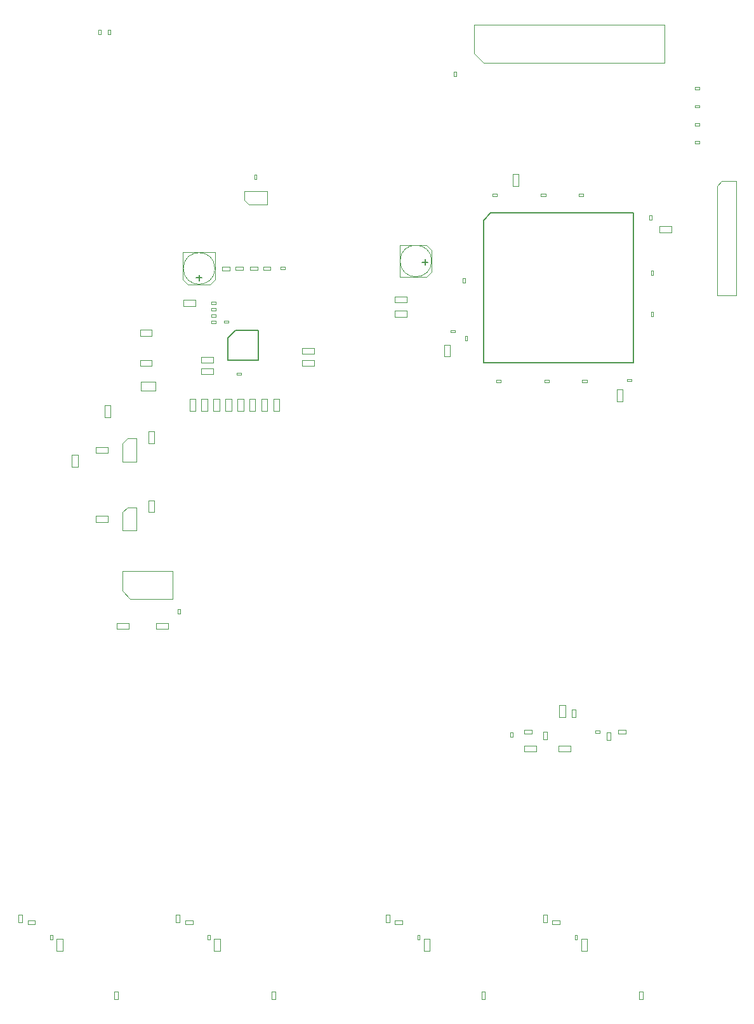
<source format=gbr>
G04 #@! TF.GenerationSoftware,KiCad,Pcbnew,(5.0.1)-4*
G04 #@! TF.CreationDate,2019-07-25T13:06:54-07:00*
G04 #@! TF.ProjectId,EllBayInd-TxLRU,456C6C426179496E642D54784C52552E,rev?*
G04 #@! TF.SameCoordinates,Original*
G04 #@! TF.FileFunction,Other,Fab,Top*
%FSLAX46Y46*%
G04 Gerber Fmt 4.6, Leading zero omitted, Abs format (unit mm)*
G04 Created by KiCad (PCBNEW (5.0.1)-4) date 7/25/2019 1:06:54 PM*
%MOMM*%
%LPD*%
G01*
G04 APERTURE LIST*
%ADD10C,0.100000*%
%ADD11C,0.150000*%
G04 APERTURE END LIST*
D10*
G04 #@! TO.C,R203*
X91470000Y-146250000D02*
X91470000Y-145250000D01*
X91470000Y-145250000D02*
X91970000Y-145250000D01*
X91970000Y-145250000D02*
X91970000Y-146250000D01*
X91970000Y-146250000D02*
X91470000Y-146250000D01*
G04 #@! TO.C,R201*
X42470000Y-146250000D02*
X42470000Y-145250000D01*
X42470000Y-145250000D02*
X42970000Y-145250000D01*
X42970000Y-145250000D02*
X42970000Y-146250000D01*
X42970000Y-146250000D02*
X42470000Y-146250000D01*
G04 #@! TO.C,C131*
X60800000Y-74200000D02*
X60800000Y-75400000D01*
X60800000Y-75400000D02*
X58800000Y-75400000D01*
X58800000Y-75400000D02*
X58800000Y-74200000D01*
X58800000Y-74200000D02*
X60800000Y-74200000D01*
G04 #@! TO.C,C101*
X93370000Y-60250000D02*
X96960000Y-60250000D01*
X96960000Y-60250000D02*
X97630000Y-59570000D01*
X97630000Y-59570000D02*
X97630000Y-56650000D01*
X97630000Y-56650000D02*
X96960000Y-55980000D01*
X96960000Y-55980000D02*
X93370000Y-55980000D01*
X93370000Y-55980000D02*
X93370000Y-60250000D01*
X97602380Y-58100000D02*
G75*
G03X97602380Y-58100000I-2102380J0D01*
G01*
G04 #@! TO.C,C102*
X102050000Y-60400000D02*
X102050000Y-61000000D01*
X101750000Y-60400000D02*
X102050000Y-60400000D01*
X101750000Y-61000000D02*
X101750000Y-60400000D01*
X102050000Y-61000000D02*
X101750000Y-61000000D01*
G04 #@! TO.C,C103*
X106800000Y-73950000D02*
X106800000Y-74250000D01*
X106800000Y-74250000D02*
X106200000Y-74250000D01*
X106200000Y-74250000D02*
X106200000Y-73950000D01*
X106200000Y-73950000D02*
X106800000Y-73950000D01*
G04 #@! TO.C,C104*
X112700000Y-73950000D02*
X113300000Y-73950000D01*
X112700000Y-74250000D02*
X112700000Y-73950000D01*
X113300000Y-74250000D02*
X112700000Y-74250000D01*
X113300000Y-73950000D02*
X113300000Y-74250000D01*
G04 #@! TO.C,C105*
X118300000Y-73950000D02*
X118300000Y-74250000D01*
X118300000Y-74250000D02*
X117700000Y-74250000D01*
X117700000Y-74250000D02*
X117700000Y-73950000D01*
X117700000Y-73950000D02*
X118300000Y-73950000D01*
G04 #@! TO.C,C106*
X57190000Y-106340000D02*
X57190000Y-107140000D01*
X55590000Y-106340000D02*
X57190000Y-106340000D01*
X55590000Y-107140000D02*
X55590000Y-106340000D01*
X57190000Y-107140000D02*
X55590000Y-107140000D01*
G04 #@! TO.C,C107*
X60890000Y-106340000D02*
X62490000Y-106340000D01*
X62490000Y-106340000D02*
X62490000Y-107140000D01*
X62490000Y-107140000D02*
X60890000Y-107140000D01*
X60890000Y-107140000D02*
X60890000Y-106340000D01*
G04 #@! TO.C,C108*
X63740000Y-105140000D02*
X63740000Y-104540000D01*
X64040000Y-105140000D02*
X63740000Y-105140000D01*
X64040000Y-104540000D02*
X64040000Y-105140000D01*
X63740000Y-104540000D02*
X64040000Y-104540000D01*
G04 #@! TO.C,C109*
X102350000Y-68100000D02*
X102350000Y-68700000D01*
X102050000Y-68100000D02*
X102350000Y-68100000D01*
X102050000Y-68700000D02*
X102050000Y-68100000D01*
X102350000Y-68700000D02*
X102050000Y-68700000D01*
G04 #@! TO.C,C110*
X126850000Y-64900000D02*
X127150000Y-64900000D01*
X127150000Y-64900000D02*
X127150000Y-65500000D01*
X127150000Y-65500000D02*
X126850000Y-65500000D01*
X126850000Y-65500000D02*
X126850000Y-64900000D01*
G04 #@! TO.C,C111*
X126650000Y-52600000D02*
X126650000Y-52000000D01*
X126950000Y-52600000D02*
X126650000Y-52600000D01*
X126950000Y-52000000D02*
X126950000Y-52600000D01*
X126650000Y-52000000D02*
X126950000Y-52000000D01*
G04 #@! TO.C,C112*
X117200000Y-49450000D02*
X117200000Y-49150000D01*
X117200000Y-49150000D02*
X117800000Y-49150000D01*
X117800000Y-49150000D02*
X117800000Y-49450000D01*
X117800000Y-49450000D02*
X117200000Y-49450000D01*
G04 #@! TO.C,C113*
X112800000Y-49450000D02*
X112200000Y-49450000D01*
X112800000Y-49150000D02*
X112800000Y-49450000D01*
X112200000Y-49150000D02*
X112800000Y-49150000D01*
X112200000Y-49450000D02*
X112200000Y-49150000D01*
G04 #@! TO.C,C114*
X52800000Y-82900000D02*
X54400000Y-82900000D01*
X54400000Y-82900000D02*
X54400000Y-83700000D01*
X54400000Y-83700000D02*
X52800000Y-83700000D01*
X52800000Y-83700000D02*
X52800000Y-82900000D01*
G04 #@! TO.C,C115*
X60600000Y-82400000D02*
X59800000Y-82400000D01*
X60600000Y-80800000D02*
X60600000Y-82400000D01*
X59800000Y-80800000D02*
X60600000Y-80800000D01*
X59800000Y-82400000D02*
X59800000Y-80800000D01*
G04 #@! TO.C,C116*
X100160000Y-67340000D02*
X100760000Y-67340000D01*
X100160000Y-67640000D02*
X100160000Y-67340000D01*
X100760000Y-67640000D02*
X100160000Y-67640000D01*
X100760000Y-67340000D02*
X100760000Y-67640000D01*
G04 #@! TO.C,C117*
X123700000Y-74150000D02*
X123700000Y-73850000D01*
X123700000Y-73850000D02*
X124300000Y-73850000D01*
X124300000Y-73850000D02*
X124300000Y-74150000D01*
X124300000Y-74150000D02*
X123700000Y-74150000D01*
G04 #@! TO.C,C118*
X106300000Y-49440000D02*
X105700000Y-49440000D01*
X106300000Y-49140000D02*
X106300000Y-49440000D01*
X105700000Y-49140000D02*
X106300000Y-49140000D01*
X105700000Y-49440000D02*
X105700000Y-49140000D01*
G04 #@! TO.C,C119*
X126850000Y-59400000D02*
X127150000Y-59400000D01*
X127150000Y-59400000D02*
X127150000Y-60000000D01*
X127150000Y-60000000D02*
X126850000Y-60000000D01*
X126850000Y-60000000D02*
X126850000Y-59400000D01*
G04 #@! TO.C,C120*
X52800000Y-92900000D02*
X52800000Y-92100000D01*
X54400000Y-92900000D02*
X52800000Y-92900000D01*
X54400000Y-92100000D02*
X54400000Y-92900000D01*
X52800000Y-92100000D02*
X54400000Y-92100000D01*
G04 #@! TO.C,C121*
X59800000Y-91600000D02*
X59800000Y-90000000D01*
X59800000Y-90000000D02*
X60600000Y-90000000D01*
X60600000Y-90000000D02*
X60600000Y-91600000D01*
X60600000Y-91600000D02*
X59800000Y-91600000D01*
G04 #@! TO.C,C122*
X100600000Y-32900000D02*
X100900000Y-32900000D01*
X100900000Y-32900000D02*
X100900000Y-33500000D01*
X100900000Y-33500000D02*
X100600000Y-33500000D01*
X100600000Y-33500000D02*
X100600000Y-32900000D01*
G04 #@! TO.C,C123*
X94300000Y-63650000D02*
X92700000Y-63650000D01*
X92700000Y-63650000D02*
X92700000Y-62850000D01*
X92700000Y-62850000D02*
X94300000Y-62850000D01*
X94300000Y-62850000D02*
X94300000Y-63650000D01*
G04 #@! TO.C,C124*
X94300000Y-64750000D02*
X94300000Y-65550000D01*
X92700000Y-64750000D02*
X94300000Y-64750000D01*
X92700000Y-65550000D02*
X92700000Y-64750000D01*
X94300000Y-65550000D02*
X92700000Y-65550000D01*
G04 #@! TO.C,C125*
X123100000Y-75200000D02*
X123100000Y-76800000D01*
X123100000Y-76800000D02*
X122300000Y-76800000D01*
X122300000Y-76800000D02*
X122300000Y-75200000D01*
X122300000Y-75200000D02*
X123100000Y-75200000D01*
G04 #@! TO.C,C126*
X128000000Y-54300000D02*
X128000000Y-53500000D01*
X129600000Y-54300000D02*
X128000000Y-54300000D01*
X129600000Y-53500000D02*
X129600000Y-54300000D01*
X128000000Y-53500000D02*
X129600000Y-53500000D01*
G04 #@! TO.C,C151*
X73960000Y-46560000D02*
X74260000Y-46560000D01*
X74260000Y-46560000D02*
X74260000Y-47160000D01*
X74260000Y-47160000D02*
X73960000Y-47160000D01*
X73960000Y-47160000D02*
X73960000Y-46560000D01*
G04 #@! TO.C,C152*
X66900000Y-70900000D02*
X68500000Y-70900000D01*
X68500000Y-70900000D02*
X68500000Y-71700000D01*
X68500000Y-71700000D02*
X66900000Y-71700000D01*
X66900000Y-71700000D02*
X66900000Y-70900000D01*
G04 #@! TO.C,C153*
X71580000Y-73300000D02*
X71580000Y-73000000D01*
X71580000Y-73000000D02*
X72180000Y-73000000D01*
X72180000Y-73000000D02*
X72180000Y-73300000D01*
X72180000Y-73300000D02*
X71580000Y-73300000D01*
G04 #@! TO.C,C154*
X68850531Y-65547856D02*
X68250531Y-65547856D01*
X68850531Y-65247856D02*
X68850531Y-65547856D01*
X68250531Y-65247856D02*
X68850531Y-65247856D01*
X68250531Y-65547856D02*
X68250531Y-65247856D01*
G04 #@! TO.C,C155*
X68237831Y-64684256D02*
X68237831Y-64384256D01*
X68237831Y-64384256D02*
X68837831Y-64384256D01*
X68837831Y-64384256D02*
X68837831Y-64684256D01*
X68837831Y-64684256D02*
X68237831Y-64684256D01*
G04 #@! TO.C,C156*
X66900000Y-73200000D02*
X66900000Y-72400000D01*
X68500000Y-73200000D02*
X66900000Y-73200000D01*
X68500000Y-72400000D02*
X68500000Y-73200000D01*
X66900000Y-72400000D02*
X68500000Y-72400000D01*
G04 #@! TO.C,C157*
X68250000Y-66386000D02*
X68250000Y-66086000D01*
X68250000Y-66086000D02*
X68850000Y-66086000D01*
X68850000Y-66086000D02*
X68850000Y-66386000D01*
X68850000Y-66386000D02*
X68250000Y-66386000D01*
G04 #@! TO.C,C158*
X68837831Y-63833356D02*
X68237831Y-63833356D01*
X68837831Y-63533356D02*
X68837831Y-63833356D01*
X68237831Y-63533356D02*
X68837831Y-63533356D01*
X68237831Y-63833356D02*
X68237831Y-63533356D01*
G04 #@! TO.C,C159*
X58700000Y-68100000D02*
X58700000Y-67300000D01*
X60300000Y-68100000D02*
X58700000Y-68100000D01*
X60300000Y-67300000D02*
X60300000Y-68100000D01*
X58700000Y-67300000D02*
X60300000Y-67300000D01*
G04 #@! TO.C,C160*
X58700000Y-71300000D02*
X60300000Y-71300000D01*
X60300000Y-71300000D02*
X60300000Y-72100000D01*
X60300000Y-72100000D02*
X58700000Y-72100000D01*
X58700000Y-72100000D02*
X58700000Y-71300000D01*
G04 #@! TO.C,C161*
X68689846Y-59095808D02*
G75*
G03X68689846Y-59095808I-2102380J0D01*
G01*
X68707466Y-56965808D02*
X64437466Y-56965808D01*
X68707466Y-60555808D02*
X68707466Y-56965808D01*
X68037466Y-61225808D02*
X68707466Y-60555808D01*
X65117466Y-61225808D02*
X68037466Y-61225808D01*
X64437466Y-60555808D02*
X65117466Y-61225808D01*
X64437466Y-56965808D02*
X64437466Y-60555808D01*
G04 #@! TO.C,FB151*
X77477700Y-59189000D02*
X77477700Y-58889000D01*
X77477700Y-58889000D02*
X78077700Y-58889000D01*
X78077700Y-58889000D02*
X78077700Y-59189000D01*
X78077700Y-59189000D02*
X77477700Y-59189000D01*
G04 #@! TO.C,J101*
X104500000Y-31670000D02*
X103230000Y-30400000D01*
X128630000Y-31670000D02*
X104500000Y-31670000D01*
X128630000Y-26590000D02*
X128630000Y-31670000D01*
X103230000Y-26590000D02*
X128630000Y-26590000D01*
X103230000Y-30400000D02*
X103230000Y-26590000D01*
G04 #@! TO.C,J102*
X136295000Y-47470000D02*
X138200000Y-47470000D01*
X138200000Y-47470000D02*
X138200000Y-62710000D01*
X138200000Y-62710000D02*
X135660000Y-62710000D01*
X135660000Y-62710000D02*
X135660000Y-48105000D01*
X135660000Y-48105000D02*
X136295000Y-47470000D01*
G04 #@! TO.C,R101*
X109200000Y-48100000D02*
X108400000Y-48100000D01*
X109200000Y-46500000D02*
X109200000Y-48100000D01*
X108400000Y-46500000D02*
X109200000Y-46500000D01*
X108400000Y-48100000D02*
X108400000Y-46500000D01*
G04 #@! TO.C,R151*
X72444600Y-58840700D02*
X72444600Y-59340700D01*
X71444600Y-58840700D02*
X72444600Y-58840700D01*
X71444600Y-59340700D02*
X71444600Y-58840700D01*
X72444600Y-59340700D02*
X71444600Y-59340700D01*
G04 #@! TO.C,R152*
X69666600Y-58853400D02*
X70666600Y-58853400D01*
X70666600Y-58853400D02*
X70666600Y-59353400D01*
X70666600Y-59353400D02*
X69666600Y-59353400D01*
X69666600Y-59353400D02*
X69666600Y-58853400D01*
G04 #@! TO.C,R153*
X76127600Y-58840700D02*
X76127600Y-59340700D01*
X75127600Y-58840700D02*
X76127600Y-58840700D01*
X75127600Y-59340700D02*
X75127600Y-58840700D01*
X76127600Y-59340700D02*
X75127600Y-59340700D01*
G04 #@! TO.C,R154*
X73362300Y-58840700D02*
X74362300Y-58840700D01*
X74362300Y-58840700D02*
X74362300Y-59340700D01*
X74362300Y-59340700D02*
X73362300Y-59340700D01*
X73362300Y-59340700D02*
X73362300Y-58840700D01*
G04 #@! TO.C,R155*
X69300000Y-76500000D02*
X69300000Y-78100000D01*
X69300000Y-78100000D02*
X68500000Y-78100000D01*
X68500000Y-78100000D02*
X68500000Y-76500000D01*
X68500000Y-76500000D02*
X69300000Y-76500000D01*
G04 #@! TO.C,R157*
X70900000Y-76500000D02*
X70900000Y-78100000D01*
X70900000Y-78100000D02*
X70100000Y-78100000D01*
X70100000Y-78100000D02*
X70100000Y-76500000D01*
X70100000Y-76500000D02*
X70900000Y-76500000D01*
G04 #@! TO.C,R158*
X65300000Y-76500000D02*
X66100000Y-76500000D01*
X65300000Y-78100000D02*
X65300000Y-76500000D01*
X66100000Y-78100000D02*
X65300000Y-78100000D01*
X66100000Y-76500000D02*
X66100000Y-78100000D01*
G04 #@! TO.C,R159*
X71700000Y-76500000D02*
X72500000Y-76500000D01*
X71700000Y-78100000D02*
X71700000Y-76500000D01*
X72500000Y-78100000D02*
X71700000Y-78100000D01*
X72500000Y-76500000D02*
X72500000Y-78100000D01*
G04 #@! TO.C,R160*
X69900000Y-66350000D02*
X69900000Y-66050000D01*
X69900000Y-66050000D02*
X70500000Y-66050000D01*
X70500000Y-66050000D02*
X70500000Y-66350000D01*
X70500000Y-66350000D02*
X69900000Y-66350000D01*
G04 #@! TO.C,R161*
X74100000Y-76500000D02*
X74100000Y-78100000D01*
X74100000Y-78100000D02*
X73300000Y-78100000D01*
X73300000Y-78100000D02*
X73300000Y-76500000D01*
X73300000Y-76500000D02*
X74100000Y-76500000D01*
G04 #@! TO.C,R162*
X75700000Y-76500000D02*
X75700000Y-78100000D01*
X75700000Y-78100000D02*
X74900000Y-78100000D01*
X74900000Y-78100000D02*
X74900000Y-76500000D01*
X74900000Y-76500000D02*
X75700000Y-76500000D01*
G04 #@! TO.C,R163*
X77300000Y-76500000D02*
X77300000Y-78100000D01*
X77300000Y-78100000D02*
X76500000Y-78100000D01*
X76500000Y-78100000D02*
X76500000Y-76500000D01*
X76500000Y-76500000D02*
X77300000Y-76500000D01*
G04 #@! TO.C,R164*
X80300000Y-69700000D02*
X81900000Y-69700000D01*
X81900000Y-69700000D02*
X81900000Y-70500000D01*
X81900000Y-70500000D02*
X80300000Y-70500000D01*
X80300000Y-70500000D02*
X80300000Y-69700000D01*
G04 #@! TO.C,R165*
X49600000Y-85550000D02*
X49600000Y-83950000D01*
X49600000Y-83950000D02*
X50400000Y-83950000D01*
X50400000Y-83950000D02*
X50400000Y-85550000D01*
X50400000Y-85550000D02*
X49600000Y-85550000D01*
G04 #@! TO.C,R166*
X80300000Y-72100000D02*
X80300000Y-71300000D01*
X81900000Y-72100000D02*
X80300000Y-72100000D01*
X81900000Y-71300000D02*
X81900000Y-72100000D01*
X80300000Y-71300000D02*
X81900000Y-71300000D01*
G04 #@! TO.C,R205*
X47020000Y-148550000D02*
X46720000Y-148550000D01*
X46720000Y-148550000D02*
X46720000Y-147950000D01*
X46720000Y-147950000D02*
X47020000Y-147950000D01*
X47020000Y-147950000D02*
X47020000Y-148550000D01*
G04 #@! TO.C,R206*
X68020000Y-148550000D02*
X67720000Y-148550000D01*
X67720000Y-148550000D02*
X67720000Y-147950000D01*
X67720000Y-147950000D02*
X68020000Y-147950000D01*
X68020000Y-147950000D02*
X68020000Y-148550000D01*
G04 #@! TO.C,R207*
X96020000Y-148550000D02*
X95720000Y-148550000D01*
X95720000Y-148550000D02*
X95720000Y-147950000D01*
X95720000Y-147950000D02*
X96020000Y-147950000D01*
X96020000Y-147950000D02*
X96020000Y-148550000D01*
G04 #@! TO.C,R208*
X117020000Y-148550000D02*
X116720000Y-148550000D01*
X116720000Y-148550000D02*
X116720000Y-147950000D01*
X116720000Y-147950000D02*
X117020000Y-147950000D01*
X117020000Y-147950000D02*
X117020000Y-148550000D01*
G04 #@! TO.C,R307*
X100050000Y-69250000D02*
X100050000Y-70850000D01*
X100050000Y-70850000D02*
X99250000Y-70850000D01*
X99250000Y-70850000D02*
X99250000Y-69250000D01*
X99250000Y-69250000D02*
X100050000Y-69250000D01*
G04 #@! TO.C,R309*
X53970000Y-77330000D02*
X54770000Y-77330000D01*
X53970000Y-78930000D02*
X53970000Y-77330000D01*
X54770000Y-78930000D02*
X53970000Y-78930000D01*
X54770000Y-77330000D02*
X54770000Y-78930000D01*
G04 #@! TO.C,U101*
X56340000Y-99427500D02*
X63040000Y-99427500D01*
X63040000Y-103127500D02*
X63040000Y-99427500D01*
X56340000Y-102077500D02*
X56340000Y-99427500D01*
X57390000Y-103127500D02*
X63040000Y-103127500D01*
X57390000Y-103127500D02*
X56340000Y-102077500D01*
G04 #@! TO.C,U102*
X58200000Y-81750000D02*
X58200000Y-84850000D01*
X58200000Y-84850000D02*
X56400000Y-84850000D01*
X56400000Y-82400000D02*
X56400000Y-84850000D01*
X58200000Y-81750000D02*
X57050000Y-81750000D01*
X56400000Y-82400000D02*
X57050000Y-81750000D01*
G04 #@! TO.C,U103*
X56400000Y-91600000D02*
X57050000Y-90950000D01*
X58200000Y-90950000D02*
X57050000Y-90950000D01*
X56400000Y-91600000D02*
X56400000Y-94050000D01*
X58200000Y-94050000D02*
X56400000Y-94050000D01*
X58200000Y-90950000D02*
X58200000Y-94050000D01*
G04 #@! TO.C,U151*
X72596600Y-48813500D02*
X75696600Y-48813500D01*
X75696600Y-48813500D02*
X75696600Y-50613500D01*
X73246600Y-50613500D02*
X75696600Y-50613500D01*
X72596600Y-48813500D02*
X72596600Y-49963500D01*
X73246600Y-50613500D02*
X72596600Y-49963500D01*
D11*
G04 #@! TO.C,U153*
X71450000Y-67350000D02*
X74450000Y-67350000D01*
X74450000Y-67350000D02*
X74450000Y-71350000D01*
X74450000Y-71350000D02*
X70450000Y-71350000D01*
X70450000Y-71350000D02*
X70450000Y-68350000D01*
X70450000Y-68350000D02*
X71450000Y-67350000D01*
G04 #@! TO.C,U104*
X104500000Y-52700000D02*
X105500000Y-51700000D01*
X104500000Y-71700000D02*
X104500000Y-52700000D01*
X124500000Y-71700000D02*
X104500000Y-71700000D01*
X124500000Y-51700000D02*
X124500000Y-71700000D01*
X105500000Y-51700000D02*
X124500000Y-51700000D01*
D10*
G04 #@! TO.C,R156*
X67700000Y-76500000D02*
X67700000Y-78100000D01*
X67700000Y-78100000D02*
X66900000Y-78100000D01*
X66900000Y-78100000D02*
X66900000Y-76500000D01*
X66900000Y-76500000D02*
X67700000Y-76500000D01*
G04 #@! TO.C,R102*
X54450000Y-27900000D02*
X54450000Y-27300000D01*
X54750000Y-27900000D02*
X54450000Y-27900000D01*
X54750000Y-27300000D02*
X54750000Y-27900000D01*
X54450000Y-27300000D02*
X54750000Y-27300000D01*
G04 #@! TO.C,R103*
X64500000Y-63300000D02*
X66100000Y-63300000D01*
X66100000Y-63300000D02*
X66100000Y-64100000D01*
X66100000Y-64100000D02*
X64500000Y-64100000D01*
X64500000Y-64100000D02*
X64500000Y-63300000D01*
G04 #@! TO.C,R104*
X53150000Y-27300000D02*
X53450000Y-27300000D01*
X53450000Y-27300000D02*
X53450000Y-27900000D01*
X53450000Y-27900000D02*
X53150000Y-27900000D01*
X53150000Y-27900000D02*
X53150000Y-27300000D01*
G04 #@! TO.C,R105*
X133300000Y-42150000D02*
X133300000Y-42450000D01*
X133300000Y-42450000D02*
X132700000Y-42450000D01*
X132700000Y-42450000D02*
X132700000Y-42150000D01*
X132700000Y-42150000D02*
X133300000Y-42150000D01*
G04 #@! TO.C,R106*
X132700000Y-39750000D02*
X133300000Y-39750000D01*
X132700000Y-40050000D02*
X132700000Y-39750000D01*
X133300000Y-40050000D02*
X132700000Y-40050000D01*
X133300000Y-39750000D02*
X133300000Y-40050000D01*
G04 #@! TO.C,R107*
X133300000Y-37350000D02*
X133300000Y-37650000D01*
X133300000Y-37650000D02*
X132700000Y-37650000D01*
X132700000Y-37650000D02*
X132700000Y-37350000D01*
X132700000Y-37350000D02*
X133300000Y-37350000D01*
G04 #@! TO.C,R108*
X132700000Y-34950000D02*
X133300000Y-34950000D01*
X132700000Y-35250000D02*
X132700000Y-34950000D01*
X133300000Y-35250000D02*
X132700000Y-35250000D01*
X133300000Y-34950000D02*
X133300000Y-35250000D01*
G04 #@! TO.C,C201*
X122500000Y-121100000D02*
X122500000Y-120600000D01*
X123500000Y-121100000D02*
X122500000Y-121100000D01*
X123500000Y-120600000D02*
X123500000Y-121100000D01*
X122500000Y-120600000D02*
X123500000Y-120600000D01*
G04 #@! TO.C,C202*
X121000000Y-121950000D02*
X121000000Y-120950000D01*
X121000000Y-120950000D02*
X121500000Y-120950000D01*
X121500000Y-120950000D02*
X121500000Y-121950000D01*
X121500000Y-121950000D02*
X121000000Y-121950000D01*
G04 #@! TO.C,C203*
X55750000Y-155500000D02*
X55750000Y-156500000D01*
X55750000Y-156500000D02*
X55250000Y-156500000D01*
X55250000Y-156500000D02*
X55250000Y-155500000D01*
X55250000Y-155500000D02*
X55750000Y-155500000D01*
G04 #@! TO.C,C204*
X76250000Y-155500000D02*
X76750000Y-155500000D01*
X76250000Y-156500000D02*
X76250000Y-155500000D01*
X76750000Y-156500000D02*
X76250000Y-156500000D01*
X76750000Y-155500000D02*
X76750000Y-156500000D01*
G04 #@! TO.C,C205*
X104250000Y-155500000D02*
X104750000Y-155500000D01*
X104250000Y-156500000D02*
X104250000Y-155500000D01*
X104750000Y-156500000D02*
X104250000Y-156500000D01*
X104750000Y-155500000D02*
X104750000Y-156500000D01*
G04 #@! TO.C,C206*
X125250000Y-155500000D02*
X125750000Y-155500000D01*
X125250000Y-156500000D02*
X125250000Y-155500000D01*
X125750000Y-156500000D02*
X125250000Y-156500000D01*
X125750000Y-155500000D02*
X125750000Y-156500000D01*
G04 #@! TO.C,C207*
X110000000Y-120600000D02*
X111000000Y-120600000D01*
X111000000Y-120600000D02*
X111000000Y-121100000D01*
X111000000Y-121100000D02*
X110000000Y-121100000D01*
X110000000Y-121100000D02*
X110000000Y-120600000D01*
G04 #@! TO.C,C208*
X116300000Y-118900000D02*
X116300000Y-117900000D01*
X116300000Y-117900000D02*
X116800000Y-117900000D01*
X116800000Y-117900000D02*
X116800000Y-118900000D01*
X116800000Y-118900000D02*
X116300000Y-118900000D01*
G04 #@! TO.C,C209*
X116100000Y-123500000D02*
X114500000Y-123500000D01*
X114500000Y-123500000D02*
X114500000Y-122700000D01*
X114500000Y-122700000D02*
X116100000Y-122700000D01*
X116100000Y-122700000D02*
X116100000Y-123500000D01*
G04 #@! TO.C,C210*
X109950000Y-123500000D02*
X109950000Y-122700000D01*
X111550000Y-123500000D02*
X109950000Y-123500000D01*
X111550000Y-122700000D02*
X111550000Y-123500000D01*
X109950000Y-122700000D02*
X111550000Y-122700000D01*
G04 #@! TO.C,C211*
X108100000Y-120925000D02*
X108400000Y-120925000D01*
X108400000Y-120925000D02*
X108400000Y-121525000D01*
X108400000Y-121525000D02*
X108100000Y-121525000D01*
X108100000Y-121525000D02*
X108100000Y-120925000D01*
G04 #@! TO.C,C212*
X47570000Y-148450000D02*
X48370000Y-148450000D01*
X47570000Y-150050000D02*
X47570000Y-148450000D01*
X48370000Y-150050000D02*
X47570000Y-150050000D01*
X48370000Y-148450000D02*
X48370000Y-150050000D01*
G04 #@! TO.C,C213*
X69370000Y-148450000D02*
X69370000Y-150050000D01*
X69370000Y-150050000D02*
X68570000Y-150050000D01*
X68570000Y-150050000D02*
X68570000Y-148450000D01*
X68570000Y-148450000D02*
X69370000Y-148450000D01*
G04 #@! TO.C,C214*
X96570000Y-148450000D02*
X97370000Y-148450000D01*
X96570000Y-150050000D02*
X96570000Y-148450000D01*
X97370000Y-150050000D02*
X96570000Y-150050000D01*
X97370000Y-148450000D02*
X97370000Y-150050000D01*
G04 #@! TO.C,C215*
X118370000Y-148450000D02*
X118370000Y-150050000D01*
X118370000Y-150050000D02*
X117570000Y-150050000D01*
X117570000Y-150050000D02*
X117570000Y-148450000D01*
X117570000Y-148450000D02*
X118370000Y-148450000D01*
G04 #@! TO.C,L201*
X119450000Y-121000000D02*
X119450000Y-120700000D01*
X119450000Y-120700000D02*
X120050000Y-120700000D01*
X120050000Y-120700000D02*
X120050000Y-121000000D01*
X120050000Y-121000000D02*
X119450000Y-121000000D01*
G04 #@! TO.C,L202*
X113000000Y-121850000D02*
X112500000Y-121850000D01*
X112500000Y-121850000D02*
X112500000Y-120850000D01*
X112500000Y-120850000D02*
X113000000Y-120850000D01*
X113000000Y-120850000D02*
X113000000Y-121850000D01*
G04 #@! TO.C,R202*
X63970000Y-146250000D02*
X63470000Y-146250000D01*
X63970000Y-145250000D02*
X63970000Y-146250000D01*
X63470000Y-145250000D02*
X63970000Y-145250000D01*
X63470000Y-146250000D02*
X63470000Y-145250000D01*
G04 #@! TO.C,R204*
X112970000Y-146250000D02*
X112470000Y-146250000D01*
X112970000Y-145250000D02*
X112970000Y-146250000D01*
X112470000Y-145250000D02*
X112970000Y-145250000D01*
X112470000Y-146250000D02*
X112470000Y-145250000D01*
G04 #@! TO.C,R212*
X114650000Y-118900000D02*
X114650000Y-117300000D01*
X114650000Y-117300000D02*
X115450000Y-117300000D01*
X115450000Y-117300000D02*
X115450000Y-118900000D01*
X115450000Y-118900000D02*
X114650000Y-118900000D01*
G04 #@! TO.C,R213*
X43720000Y-146000000D02*
X44720000Y-146000000D01*
X44720000Y-146000000D02*
X44720000Y-146500000D01*
X44720000Y-146500000D02*
X43720000Y-146500000D01*
X43720000Y-146500000D02*
X43720000Y-146000000D01*
G04 #@! TO.C,R214*
X64720000Y-146500000D02*
X64720000Y-146000000D01*
X65720000Y-146500000D02*
X64720000Y-146500000D01*
X65720000Y-146000000D02*
X65720000Y-146500000D01*
X64720000Y-146000000D02*
X65720000Y-146000000D01*
G04 #@! TO.C,R215*
X92720000Y-146000000D02*
X93720000Y-146000000D01*
X93720000Y-146000000D02*
X93720000Y-146500000D01*
X93720000Y-146500000D02*
X92720000Y-146500000D01*
X92720000Y-146500000D02*
X92720000Y-146000000D01*
G04 #@! TO.C,R216*
X113720000Y-146500000D02*
X113720000Y-146000000D01*
X114720000Y-146500000D02*
X113720000Y-146500000D01*
X114720000Y-146000000D02*
X114720000Y-146500000D01*
X113720000Y-146000000D02*
X114720000Y-146000000D01*
G04 #@! TD*
G04 #@! TO.C,C101*
D11*
X96359047Y-58251428D02*
X97120952Y-58251428D01*
X96740000Y-58632380D02*
X96740000Y-57870476D01*
G04 #@! TO.C,C161*
X66578894Y-60716760D02*
X66578894Y-59954855D01*
X66959846Y-60335808D02*
X66197942Y-60335808D01*
G04 #@! TD*
M02*

</source>
